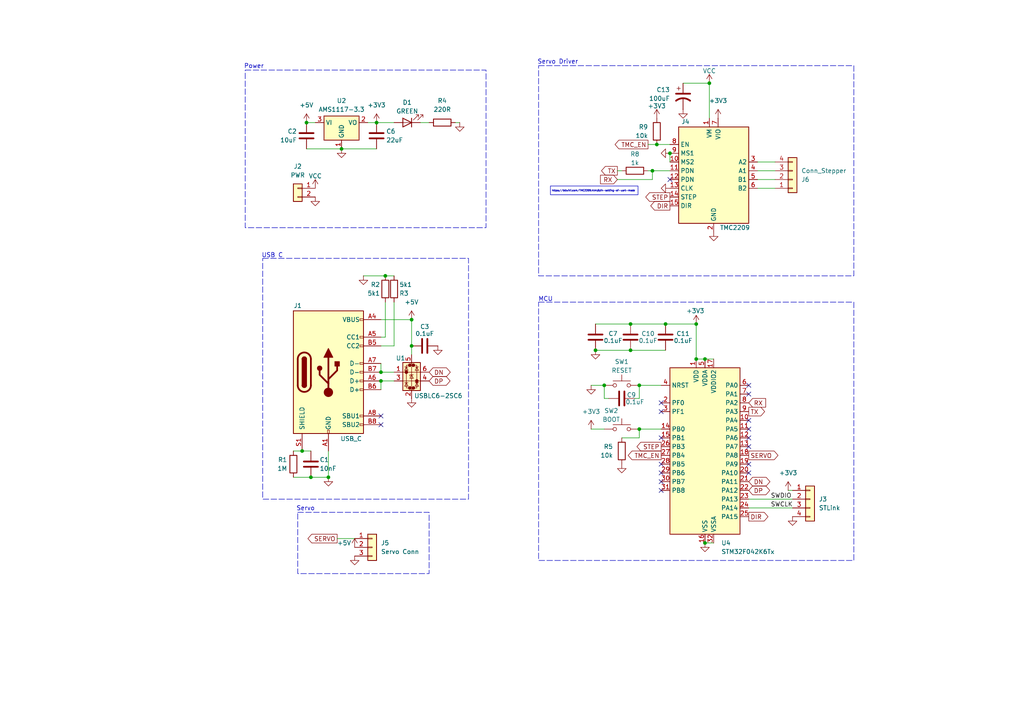
<source format=kicad_sch>
(kicad_sch (version 20231120) (generator "eeschema") (generator_version "8.0")
  (paper "A4")
  (title_block (title "Pico MMU Board") (date "2025-01-04") (rev "v1.1") (company "Adam Turaj"))
  (lib_symbols
    (symbol "Connector:USB_C_Receptacle_USB2.0_16P" (pin_names (offset 1.016))
      (property "Reference" "J" (at 0 22.225 0))
      (property "Value" "USB_C_Receptacle_USB2.0_16P" (at 0 19.685 0))
      (symbol "USB_C_Receptacle_USB2.0_16P_0_0"
        (rectangle (start -0.254 -17.78) (end 0.254 -16.764))
        (rectangle (start 10.16 -14.986) (end 9.144 -15.494))
        (rectangle (start 10.16 -12.446) (end 9.144 -12.954))
        (rectangle (start 10.16 -4.826) (end 9.144 -5.334))
        (rectangle (start 10.16 -2.286) (end 9.144 -2.794))
        (rectangle (start 10.16 0.254) (end 9.144 -0.254))
        (rectangle (start 10.16 2.794) (end 9.144 2.286))
        (rectangle (start 10.16 7.874) (end 9.144 7.366))
        (rectangle (start 10.16 10.414) (end 9.144 9.906))
        (rectangle (start 10.16 15.494) (end 9.144 14.986))
      )
      (symbol "USB_C_Receptacle_USB2.0_16P_0_1"
        (rectangle (start -10.16 17.78) (end 10.16 -17.78) (stroke (width 0.254)) (fill (type background)))
        (arc (start -8.89 -3.81) (mid -6.985 -5.7067) (end -5.08 -3.81) (stroke (width 0.508)))
        (arc (start -7.62 -3.81) (mid -6.985 -4.4423) (end -6.35 -3.81) (stroke (width 0.254)))
        (arc (start -7.62 -3.81) (mid -6.985 -4.4423) (end -6.35 -3.81) (stroke (width 0.254)) (fill (type outline)))
        (rectangle (start -7.62 -3.81) (end -6.35 3.81) (stroke (width 0.254)) (fill (type outline)))
        (arc (start -6.35 3.81) (mid -6.985 4.4423) (end -7.62 3.81) (stroke (width 0.254)))
        (arc (start -6.35 3.81) (mid -6.985 4.4423) (end -7.62 3.81) (stroke (width 0.254)) (fill (type outline)))
        (arc (start -5.08 3.81) (mid -6.985 5.7067) (end -8.89 3.81) (stroke (width 0.508)))
        (circle (center -2.54 1.143) (radius 0.635) (stroke (width 0.254)) (fill (type outline)))
        (circle (center 0 -5.842) (radius 1.27) (fill (type outline)))
        (polyline (pts (xy -8.89 -3.81) (xy -8.89 3.81)) (stroke (width 0.508)))
        (polyline (pts (xy -5.08 3.81) (xy -5.08 -3.81)) (stroke (width 0.508)))
        (polyline (pts (xy 0 -5.842) (xy 0 4.318)) (stroke (width 0.508)))
        (polyline (pts (xy 0 -3.302) (xy -2.54 -0.762) (xy -2.54 0.508)) (stroke (width 0.508)))
        (polyline (pts (xy 0 -2.032) (xy 2.54 0.508) (xy 2.54 1.778)) (stroke (width 0.508)))
        (polyline (pts (xy -1.27 4.318) (xy 0 6.858) (xy 1.27 4.318) (xy -1.27 4.318)) (stroke (width 0.254)) (fill (type outline)))
        (rectangle (start 1.905 1.778) (end 3.175 3.048) (stroke (width 0.254)) (fill (type outline)))
      )
      (symbol "USB_C_Receptacle_USB2.0_16P_1_1"
        (pin passive line (at 0 -22.86 90) (length 5.08) (name "GND") (number "A1"))
        (pin passive line (at 0 -22.86 90) (length 5.08) hide (name "GND") (number "A12"))
        (pin passive line (at 15.24 15.24 180) (length 5.08) (name "VBUS") (number "A4"))
        (pin bidirectional line (at 15.24 10.16 180) (length 5.08) (name "CC1") (number "A5"))
        (pin bidirectional line (at 15.24 -2.54 180) (length 5.08) (name "D+") (number "A6"))
        (pin bidirectional line (at 15.24 2.54 180) (length 5.08) (name "D-") (number "A7"))
        (pin bidirectional line (at 15.24 -12.7 180) (length 5.08) (name "SBU1") (number "A8"))
        (pin passive line (at 15.24 15.24 180) (length 5.08) hide (name "VBUS") (number "A9"))
        (pin passive line (at 0 -22.86 90) (length 5.08) hide (name "GND") (number "B1"))
        (pin passive line (at 0 -22.86 90) (length 5.08) hide (name "GND") (number "B12"))
        (pin passive line (at 15.24 15.24 180) (length 5.08) hide (name "VBUS") (number "B4"))
        (pin bidirectional line (at 15.24 7.62 180) (length 5.08) (name "CC2") (number "B5"))
        (pin bidirectional line (at 15.24 -5.08 180) (length 5.08) (name "D+") (number "B6"))
        (pin bidirectional line (at 15.24 0 180) (length 5.08) (name "D-") (number "B7"))
        (pin bidirectional line (at 15.24 -15.24 180) (length 5.08) (name "SBU2") (number "B8"))
        (pin passive line (at 15.24 15.24 180) (length 5.08) hide (name "VBUS") (number "B9"))
        (pin passive line (at -7.62 -22.86 90) (length 5.08) (name "SHIELD") (number "S1"))
      )
    )
    (symbol "Connector_Generic:Conn_01x02" (pin_names (offset 1.016) hide)
      (property "Reference" "J" (at 0 2.54 0))
      (property "Value" "Conn_01x02" (at 0 -5.08 0))
      (symbol "Conn_01x02_1_1"
        (rectangle (start -1.27 -2.413) (end 0 -2.667) (stroke (width 0.1524)))
        (rectangle (start -1.27 0.127) (end 0 -0.127) (stroke (width 0.1524)))
        (rectangle (start -1.27 1.27) (end 1.27 -3.81) (stroke (width 0.254)) (fill (type background)))
        (pin passive line (at -5.08 0 0) (length 3.81) (name "Pin_1") (number "1"))
        (pin passive line (at -5.08 -2.54 0) (length 3.81) (name "Pin_2") (number "2"))
      )
    )
    (symbol "Connector_Generic:Conn_01x03" (pin_names (offset 1.016) hide)
      (property "Reference" "J" (at 0 5.08 0))
      (property "Value" "Conn_01x03" (at 0 -5.08 0))
      (symbol "Conn_01x03_1_1"
        (rectangle (start -1.27 -2.413) (end 0 -2.667) (stroke (width 0.1524)))
        (rectangle (start -1.27 0.127) (end 0 -0.127) (stroke (width 0.1524)))
        (rectangle (start -1.27 2.667) (end 0 2.413) (stroke (width 0.1524)))
        (rectangle (start -1.27 3.81) (end 1.27 -3.81) (stroke (width 0.254)) (fill (type background)))
        (pin passive line (at -5.08 2.54 0) (length 3.81) (name "Pin_1") (number "1"))
        (pin passive line (at -5.08 0 0) (length 3.81) (name "Pin_2") (number "2"))
        (pin passive line (at -5.08 -2.54 0) (length 3.81) (name "Pin_3") (number "3"))
      )
    )
    (symbol "Connector_Generic:Conn_01x04" (pin_names (offset 1.016) hide)
      (property "Reference" "J" (at 0 5.08 0))
      (property "Value" "Conn_01x04" (at 0 -7.62 0))
      (symbol "Conn_01x04_1_1"
        (rectangle (start -1.27 -4.953) (end 0 -5.207) (stroke (width 0.1524)))
        (rectangle (start -1.27 -2.413) (end 0 -2.667) (stroke (width 0.1524)))
        (rectangle (start -1.27 0.127) (end 0 -0.127) (stroke (width 0.1524)))
        (rectangle (start -1.27 2.667) (end 0 2.413) (stroke (width 0.1524)))
        (rectangle (start -1.27 3.81) (end 1.27 -6.35) (stroke (width 0.254)) (fill (type background)))
        (pin passive line (at -5.08 2.54 0) (length 3.81) (name "Pin_1") (number "1"))
        (pin passive line (at -5.08 0 0) (length 3.81) (name "Pin_2") (number "2"))
        (pin passive line (at -5.08 -2.54 0) (length 3.81) (name "Pin_3") (number "3"))
        (pin passive line (at -5.08 -5.08 0) (length 3.81) (name "Pin_4") (number "4"))
      )
    )
    (symbol "Device:C" (pin_numbers hide) (pin_names (offset 0.254))
      (property "Reference" "C" (at 0.635 2.54 0))
      (property "Value" "C" (at 0.635 -2.54 0))
      (symbol "C_0_1"
        (polyline (pts (xy -2.032 -0.762) (xy 2.032 -0.762)) (stroke (width 0.508)))
        (polyline (pts (xy -2.032 0.762) (xy 2.032 0.762)) (stroke (width 0.508)))
      )
      (symbol "C_1_1"
        (pin passive line (at 0 3.81 270) (length 2.794) (name "~") (number "1"))
        (pin passive line (at 0 -3.81 90) (length 2.794) (name "~") (number "2"))
      )
    )
    (symbol "Device:C_Polarized_US" (pin_numbers hide) (pin_names (offset 0.254) hide)
      (property "Reference" "C" (at 0.635 2.54 0))
      (property "Value" "C_Polarized_US" (at 0.635 -2.54 0))
      (symbol "C_Polarized_US_0_1"
        (polyline (pts (xy -2.032 0.762) (xy 2.032 0.762)) (stroke (width 0.508)))
        (polyline (pts (xy -1.778 2.286) (xy -0.762 2.286)))
        (polyline (pts (xy -1.27 1.778) (xy -1.27 2.794)))
        (arc (start 2.032 -1.27) (mid 0 -0.5572) (end -2.032 -1.27) (stroke (width 0.508)))
      )
      (symbol "C_Polarized_US_1_1"
        (pin passive line (at 0 3.81 270) (length 2.794) (name "~") (number "1"))
        (pin passive line (at 0 -3.81 90) (length 3.302) (name "~") (number "2"))
      )
    )
    (symbol "Device:LED" (pin_numbers hide) (pin_names (offset 1.016) hide)
      (property "Reference" "D" (at 0 2.54 0))
      (property "Value" "LED" (at 0 -2.54 0))
      (symbol "LED_0_1"
        (polyline (pts (xy -1.27 -1.27) (xy -1.27 1.27)) (stroke (width 0.254)))
        (polyline (pts (xy -1.27 0) (xy 1.27 0)))
        (polyline (pts (xy 1.27 -1.27) (xy 1.27 1.27) (xy -1.27 0) (xy 1.27 -1.27)) (stroke (width 0.254)))
        (polyline (pts (xy -3.048 -0.762) (xy -4.572 -2.286) (xy -3.81 -2.286) (xy -4.572 -2.286) (xy -4.572 -1.524)))
        (polyline (pts (xy -1.778 -0.762) (xy -3.302 -2.286) (xy -2.54 -2.286) (xy -3.302 -2.286) (xy -3.302 -1.524)))
      )
      (symbol "LED_1_1"
        (pin passive line (at -3.81 0 0) (length 2.54) (name "K") (number "1"))
        (pin passive line (at 3.81 0 180) (length 2.54) (name "A") (number "2"))
      )
    )
    (symbol "Device:R" (pin_numbers hide) (pin_names (offset 0))
      (property "Reference" "R" (at 2.032 0 90))
      (property "Value" "R" (at 0 0 90))
      (symbol "R_0_1"
        (rectangle (start -1.016 -2.54) (end 1.016 2.54) (stroke (width 0.254)))
      )
      (symbol "R_1_1"
        (pin passive line (at 0 3.81 270) (length 1.27) (name "~") (number "1"))
        (pin passive line (at 0 -3.81 90) (length 1.27) (name "~") (number "2"))
      )
    )
    (symbol "Driver_Motor:TMC2209_EVAL"
      (property "Reference" "J" (at -5.334 -1.27 0))
      (symbol "TMC2209_EVAL_1_1"
        (rectangle (start -6.35 -2.54) (end 13.97 -30.48) (stroke (width 0.254)) (fill (type background)))
        (pin power_in line (at 2.54 0 270) (length 2.54) (name "VM") (number "1"))
        (pin input line (at -8.89 -12.7 0) (length 2.54) (name "MS2") (number "10"))
        (pin input line (at -8.89 -15.24 0) (length 2.54) (name "PDN") (number "11"))
        (pin input line (at -8.89 -17.78 0) (length 2.54) (name "PDN") (number "12"))
        (pin input line (at -8.89 -20.32 0) (length 2.54) (name "CLK") (number "13"))
        (pin input line (at -8.89 -22.86 0) (length 2.54) (name "STEP") (number "14"))
        (pin input line (at -8.89 -25.4 0) (length 2.54) (name "DIR") (number "15"))
        (pin power_out line (at 3.81 -33.02 90) (length 2.54) (name "GND") (number "2"))
        (pin output line (at 16.51 -12.7 180) (length 2.54) (name "A2") (number "3"))
        (pin output line (at 16.51 -15.24 180) (length 2.54) (name "A1") (number "4"))
        (pin output line (at 16.51 -17.78 180) (length 2.54) (name "B1") (number "5"))
        (pin output line (at 16.51 -20.32 180) (length 2.54) (name "B2") (number "6"))
        (pin power_in line (at 5.08 0 270) (length 2.54) (name "VIO") (number "7"))
        (pin input line (at -8.89 -7.62 0) (length 2.54) (name "EN") (number "8"))
        (pin input line (at -8.89 -10.16 0) (length 2.54) (name "MS1") (number "9"))
      )
    )
    (symbol "MCU_ST_STM32F0:STM32F042K6Tx"
      (property "Reference" "U" (at -10.16 26.67 0))
      (property "Value" "STM32F042K6Tx" (at 5.08 26.67 0))
      (symbol "STM32F042K6Tx_0_1"
        (rectangle (start -10.16 -22.86) (end 10.16 25.4) (stroke (width 0.254)) (fill (type background)))
      )
      (symbol "STM32F042K6Tx_1_1"
        (pin power_in line (at -2.54 27.94 270) (length 2.54) (name "VDD") (number "1"))
        (pin bidirectional line (at 12.7 10.16 180) (length 2.54) (name "PA4") (number "10"))
        (pin bidirectional line (at 12.7 7.62 180) (length 2.54) (name "PA5") (number "11"))
        (pin bidirectional line (at 12.7 5.08 180) (length 2.54) (name "PA6") (number "12"))
        (pin bidirectional line (at 12.7 2.54 180) (length 2.54) (name "PA7") (number "13"))
        (pin bidirectional line (at -12.7 7.62 0) (length 2.54) (name "PB0") (number "14"))
        (pin bidirectional line (at -12.7 5.08 0) (length 2.54) (name "PB1") (number "15"))
        (pin power_in line (at 0 -25.4 90) (length 2.54) (name "VSS") (number "16"))
        (pin power_in line (at 2.54 27.94 270) (length 2.54) (name "VDDIO2") (number "17"))
        (pin bidirectional line (at 12.7 0 180) (length 2.54) (name "PA8") (number "18"))
        (pin bidirectional line (at 12.7 -2.54 180) (length 2.54) (name "PA9") (number "19"))
        (pin bidirectional line (at -12.7 15.24 0) (length 2.54) (name "PF0") (number "2"))
        (pin bidirectional line (at 12.7 -5.08 180) (length 2.54) (name "PA10") (number "20"))
        (pin bidirectional line (at 12.7 -7.62 180) (length 2.54) (name "PA11") (number "21"))
        (pin bidirectional line (at 12.7 -10.16 180) (length 2.54) (name "PA12") (number "22"))
        (pin bidirectional line (at 12.7 -12.7 180) (length 2.54) (name "PA13") (number "23"))
        (pin bidirectional line (at 12.7 -15.24 180) (length 2.54) (name "PA14") (number "24"))
        (pin bidirectional line (at 12.7 -17.78 180) (length 2.54) (name "PA15") (number "25"))
        (pin bidirectional line (at -12.7 2.54 0) (length 2.54) (name "PB3") (number "26"))
        (pin bidirectional line (at -12.7 0 0) (length 2.54) (name "PB4") (number "27"))
        (pin bidirectional line (at -12.7 -2.54 0) (length 2.54) (name "PB5") (number "28"))
        (pin bidirectional line (at -12.7 -5.08 0) (length 2.54) (name "PB6") (number "29"))
        (pin bidirectional line (at -12.7 12.7 0) (length 2.54) (name "PF1") (number "3"))
        (pin bidirectional line (at -12.7 -7.62 0) (length 2.54) (name "PB7") (number "30"))
        (pin bidirectional line (at -12.7 -10.16 0) (length 2.54) (name "PB8") (number "31"))
        (pin power_in line (at 2.54 -25.4 90) (length 2.54) (name "VSSA") (number "32"))
        (pin input line (at -12.7 20.32 0) (length 2.54) (name "NRST") (number "4"))
        (pin power_in line (at 0 27.94 270) (length 2.54) (name "VDDA") (number "5"))
        (pin bidirectional line (at 12.7 20.32 180) (length 2.54) (name "PA0") (number "6"))
        (pin bidirectional line (at 12.7 17.78 180) (length 2.54) (name "PA1") (number "7"))
        (pin bidirectional line (at 12.7 15.24 180) (length 2.54) (name "PA2") (number "8"))
        (pin bidirectional line (at 12.7 12.7 180) (length 2.54) (name "PA3") (number "9"))
      )
    )
    (symbol "Power_Protection:USBLC6-2SC6" (pin_names hide)
      (property "Reference" "U" (at 0.635 5.715 0))
      (property "Value" "USBLC6-2SC6" (at 0.635 3.81 0))
      (symbol "USBLC6-2SC6_0_0"
        (circle (center -1.524 0) (radius 0.0001) (stroke (width 0.508)))
        (circle (center -0.508 -4.572) (radius 0.0001) (stroke (width 0.508)))
        (circle (center -0.508 2.032) (radius 0.0001) (stroke (width 0.508)))
        (circle (center 0.508 -4.572) (radius 0.0001) (stroke (width 0.508)))
        (circle (center 0.508 2.032) (radius 0.0001) (stroke (width 0.508)))
        (circle (center 1.524 -2.54) (radius 0.0001) (stroke (width 0.508)))
      )
      (symbol "USBLC6-2SC6_0_1"
        (polyline (pts (xy -2.54 -2.54) (xy 2.54 -2.54)))
        (polyline (pts (xy -2.54 0) (xy 2.54 0)))
        (polyline (pts (xy -2.032 -3.048) (xy -1.016 -3.048)))
        (polyline (pts (xy -1.016 1.524) (xy -2.032 1.524)))
        (polyline (pts (xy 1.016 -3.048) (xy 2.032 -3.048)))
        (polyline (pts (xy 1.016 1.524) (xy 2.032 1.524)))
        (polyline (pts (xy -0.508 -1.143) (xy -0.508 -0.762) (xy 0.508 -0.762)))
        (polyline (pts (xy -2.032 0.508) (xy -1.016 0.508) (xy -1.524 1.524) (xy -2.032 0.508)))
        (polyline (pts (xy -1.016 -4.064) (xy -2.032 -4.064) (xy -1.524 -3.048) (xy -1.016 -4.064)))
        (polyline (pts (xy 0.508 -1.778) (xy -0.508 -1.778) (xy 0 -0.762) (xy 0.508 -1.778)))
        (polyline (pts (xy 2.032 -4.064) (xy 1.016 -4.064) (xy 1.524 -3.048) (xy 2.032 -4.064)))
        (polyline (pts (xy 2.032 0.508) (xy 1.016 0.508) (xy 1.524 1.524) (xy 2.032 0.508)))
        (polyline (pts (xy 0 2.54) (xy -0.508 2.032) (xy 0.508 2.032) (xy 0 1.524) (xy 0 -4.064) (xy -0.508 -4.572) (xy 0.508 -4.572) (xy 0 -5.08)))
      )
      (symbol "USBLC6-2SC6_1_1"
        (rectangle (start -2.54 2.794) (end 2.54 -5.334) (stroke (width 0.254)) (fill (type background)))
        (polyline (pts (xy -0.508 2.032) (xy -1.524 2.032) (xy -1.524 -4.572) (xy -0.508 -4.572)))
        (polyline (pts (xy 0.508 -4.572) (xy 1.524 -4.572) (xy 1.524 2.032) (xy 0.508 2.032)))
        (pin passive line (at -5.08 0 0) (length 2.54) (name "I/O1") (number "1"))
        (pin passive line (at 0 -7.62 90) (length 2.54) (name "GND") (number "2"))
        (pin passive line (at -5.08 -2.54 0) (length 2.54) (name "I/O2") (number "3"))
        (pin passive line (at 5.08 -2.54 180) (length 2.54) (name "I/O2") (number "4"))
        (pin passive line (at 0 5.08 270) (length 2.54) (name "VBUS") (number "5"))
        (pin passive line (at 5.08 0 180) (length 2.54) (name "I/O1") (number "6"))
      )
    )
    (symbol "Regulator_Linear:AMS1117-3.3"
      (property "Reference" "U" (at -3.81 3.175 0))
      (property "Value" "AMS1117-3.3" (at 0 3.175 0))
      (symbol "AMS1117-3.3_0_1"
        (rectangle (start -5.08 -5.08) (end 5.08 1.905) (stroke (width 0.254)) (fill (type background)))
      )
      (symbol "AMS1117-3.3_1_1"
        (pin power_in line (at 0 -7.62 90) (length 2.54) (name "GND") (number "1"))
        (pin power_out line (at 7.62 0 180) (length 2.54) (name "VO") (number "2"))
        (pin power_in line (at -7.62 0 0) (length 2.54) (name "VI") (number "3"))
      )
    )
    (symbol "Switch:SW_Push" (pin_numbers hide) (pin_names (offset 1.016) hide)
      (property "Reference" "SW" (at 1.27 2.54 0))
      (property "Value" "SW_Push" (at 0 -1.524 0))
      (symbol "SW_Push_0_1"
        (circle (center -2.032 0) (radius 0.508))
        (polyline (pts (xy 0 1.27) (xy 0 3.048)))
        (polyline (pts (xy 2.54 1.27) (xy -2.54 1.27)))
        (circle (center 2.032 0) (radius 0.508))
        (pin passive line (at -5.08 0 0) (length 2.54) (name "1") (number "1"))
        (pin passive line (at 5.08 0 180) (length 2.54) (name "2") (number "2"))
      )
    )
    (symbol "power:+3V3" (power) (pin_numbers hide) (pin_names (offset 0) hide)
      (property "Value" "+3V3" (at 0 3.556 0))
      (symbol "+3V3_0_1"
        (polyline (pts (xy -0.762 1.27) (xy 0 2.54)))
        (polyline (pts (xy 0 0) (xy 0 2.54)))
        (polyline (pts (xy 0 2.54) (xy 0.762 1.27)))
      )
      (symbol "+3V3_1_1"
        (pin power_in line (at 0 0 90) (length 0) (name "~") (number "1"))
      )
    )
    (symbol "power:+5V" (power) (pin_numbers hide) (pin_names (offset 0) hide)
      (property "Value" "+5V" (at 0 3.556 0))
      (symbol "+5V_0_1"
        (polyline (pts (xy -0.762 1.27) (xy 0 2.54)))
        (polyline (pts (xy 0 0) (xy 0 2.54)))
        (polyline (pts (xy 0 2.54) (xy 0.762 1.27)))
      )
      (symbol "+5V_1_1"
        (pin power_in line (at 0 0 90) (length 0) (name "~") (number "1"))
      )
    )
    (symbol "power:GND" (power) (pin_numbers hide) (pin_names (offset 0) hide)
      (property "Value" "GND" (at 0 -3.81 0))
      (symbol "GND_0_1"
        (polyline (pts (xy 0 0) (xy 0 -1.27) (xy 1.27 -1.27) (xy 0 -2.54) (xy -1.27 -1.27) (xy 0 -1.27)))
      )
      (symbol "GND_1_1"
        (pin power_in line (at 0 0 270) (length 0) (name "~") (number "1"))
      )
    )
    (symbol "power:VCC" (power) (pin_numbers hide) (pin_names (offset 0) hide)
      (property "Value" "VCC" (at 0 3.556 0))
      (symbol "VCC_0_1"
        (polyline (pts (xy -0.762 1.27) (xy 0 2.54)))
        (polyline (pts (xy 0 0) (xy 0 2.54)))
        (polyline (pts (xy 0 2.54) (xy 0.762 1.27)))
      )
      (symbol "VCC_1_1"
        (pin power_in line (at 0 0 90) (length 0) (name "~") (number "1"))
      )
    )
  )
  (junction (at 201.93 93.98))
  (junction (at 175.26 111.76))
  (junction (at 119.38 100.33))
  (junction (at 99.06 43.18))
  (junction (at 205.74 24.13))
  (junction (at 190.5 41.91))
  (junction (at 172.72 101.6))
  (junction (at 189.23 49.53))
  (junction (at 204.47 157.48))
  (junction (at 109.22 35.56))
  (junction (at 87.63 130.81))
  (junction (at 95.25 138.43))
  (junction (at 182.88 93.98))
  (junction (at 193.04 93.98))
  (junction (at 90.17 138.43))
  (junction (at 185.42 124.46))
  (junction (at 88.9 35.56))
  (junction (at 201.93 104.14))
  (junction (at 111.76 80.01))
  (junction (at 185.42 111.76))
  (junction (at 110.49 107.95))
  (junction (at 110.49 110.49))
  (junction (at 194.31 44.45))
  (junction (at 119.38 92.71))
  (junction (at 204.47 104.14))
  (junction (at 182.88 101.6))
  (no_connect (at 191.77 142.24))
  (no_connect (at 194.31 52.07))
  (no_connect (at 191.77 137.16))
  (no_connect (at 191.77 116.84))
  (no_connect (at 110.49 120.65))
  (no_connect (at 191.77 134.62))
  (no_connect (at 217.17 111.76))
  (no_connect (at 191.77 127))
  (no_connect (at 217.17 127))
  (no_connect (at 217.17 114.3))
  (no_connect (at 217.17 124.46))
  (no_connect (at 110.49 123.19))
  (no_connect (at 191.77 119.38))
  (no_connect (at 191.77 139.7))
  (no_connect (at 217.17 134.62))
  (no_connect (at 217.17 121.92))
  (no_connect (at 217.17 137.16))
  (no_connect (at 217.17 129.54))
  (wire (pts (xy 179.07 49.53) (xy 180.34 49.53)))
  (wire (pts (xy 171.45 111.76) (xy 175.26 111.76)))
  (wire (pts (xy 114.3 100.33) (xy 114.3 87.63)))
  (wire (pts (xy 190.5 41.91) (xy 194.31 41.91)))
  (wire (pts (xy 172.72 93.98) (xy 182.88 93.98)))
  (wire (pts (xy 189.23 52.07) (xy 189.23 49.53)))
  (wire (pts (xy 189.23 49.53) (xy 194.31 49.53)))
  (wire (pts (xy 88.9 43.18) (xy 99.06 43.18)))
  (wire (pts (xy 201.93 104.14) (xy 204.47 104.14)))
  (wire (pts (xy 111.76 97.79) (xy 110.49 97.79)))
  (wire (pts (xy 99.06 43.18) (xy 109.22 43.18)))
  (wire (pts (xy 217.17 144.78) (xy 229.87 144.78)))
  (wire (pts (xy 198.12 24.13) (xy 205.74 24.13)))
  (wire (pts (xy 175.26 111.76) (xy 175.26 115.57)))
  (wire (pts (xy 187.96 49.53) (xy 189.23 49.53)))
  (wire (pts (xy 97.79 156.21) (xy 102.87 156.21)))
  (wire (pts (xy 217.17 147.32) (xy 229.87 147.32)))
  (wire (pts (xy 105.41 80.01) (xy 111.76 80.01)))
  (wire (pts (xy 111.76 80.01) (xy 114.3 80.01)))
  (wire (pts (xy 204.47 157.48) (xy 207.01 157.48)))
  (wire (pts (xy 111.76 87.63) (xy 111.76 97.79)))
  (wire (pts (xy 85.09 138.43) (xy 90.17 138.43)))
  (wire (pts (xy 229.87 142.24) (xy 228.6 142.24)))
  (wire (pts (xy 219.71 54.61) (xy 224.79 54.61)))
  (wire (pts (xy 219.71 49.53) (xy 224.79 49.53)))
  (wire (pts (xy 109.22 35.56) (xy 114.3 35.56)))
  (wire (pts (xy 193.04 93.98) (xy 201.93 93.98)))
  (wire (pts (xy 185.42 124.46) (xy 191.77 124.46)))
  (wire (pts (xy 119.38 100.33) (xy 119.38 102.87)))
  (wire (pts (xy 110.49 92.71) (xy 119.38 92.71)))
  (wire (pts (xy 106.68 35.56) (xy 109.22 35.56)))
  (wire (pts (xy 110.49 110.49) (xy 114.3 110.49)))
  (wire (pts (xy 182.88 93.98) (xy 193.04 93.98)))
  (wire (pts (xy 110.49 107.95) (xy 114.3 107.95)))
  (wire (pts (xy 110.49 100.33) (xy 114.3 100.33)))
  (wire (pts (xy 201.93 93.98) (xy 201.93 104.14)))
  (wire (pts (xy 184.15 115.57) (xy 185.42 115.57)))
  (wire (pts (xy 172.72 101.6) (xy 182.88 101.6)))
  (wire (pts (xy 85.09 130.81) (xy 87.63 130.81)))
  (wire (pts (xy 187.96 41.91) (xy 190.5 41.91)))
  (wire (pts (xy 132.08 35.56) (xy 133.35 35.56)))
  (wire (pts (xy 179.07 52.07) (xy 189.23 52.07)))
  (wire (pts (xy 87.63 130.81) (xy 90.17 130.81)))
  (wire (pts (xy 185.42 111.76) (xy 185.42 115.57)))
  (wire (pts (xy 204.47 104.14) (xy 207.01 104.14)))
  (wire (pts (xy 180.34 127) (xy 185.42 127)))
  (wire (pts (xy 185.42 111.76) (xy 191.77 111.76)))
  (wire (pts (xy 119.38 100.33) (xy 119.38 92.71)))
  (wire (pts (xy 90.17 138.43) (xy 95.25 138.43)))
  (wire (pts (xy 185.42 127) (xy 185.42 124.46)))
  (wire (pts (xy 171.45 124.46) (xy 175.26 124.46)))
  (wire (pts (xy 205.74 24.13) (xy 205.74 34.29)))
  (wire (pts (xy 110.49 110.49) (xy 110.49 113.03)))
  (wire (pts (xy 194.31 44.45) (xy 194.31 46.99)))
  (wire (pts (xy 95.25 138.43) (xy 95.25 130.81)))
  (wire (pts (xy 121.92 35.56) (xy 124.46 35.56)))
  (wire (pts (xy 182.88 101.6) (xy 193.04 101.6)))
  (wire (pts (xy 219.71 52.07) (xy 224.79 52.07)))
  (wire (pts (xy 219.71 46.99) (xy 224.79 46.99)))
  (wire (pts (xy 88.9 35.56) (xy 91.44 35.56)))
  (wire (pts (xy 110.49 105.41) (xy 110.49 107.95)))
  (wire (pts (xy 176.53 115.57) (xy 175.26 115.57)))
  (rectangle (start 156.21 87.63) (end 247.65 162.56) (stroke (width 0) (type dash)))
  (rectangle (start 86.36 148.59) (end 124.46 166.37) (stroke (width 0) (type dash)))
  (rectangle (start 76.2 74.93) (end 135.89 144.78) (stroke (width 0) (type dash)))
  (rectangle (start 71.12 20.32) (end 140.97 66.04) (stroke (width 0) (type dash)))
  (rectangle (start 156.21 19.05) (end 247.65 80.01) (stroke (width 0) (type dash)))
  (text_box "https://bttwiki.com/TMC2209.html#pin-setting-of-uart-mode" (at 159.6519 53.9507 0) (size 25.4 2.54) (effects (font (size 0.5 0.5)) (justify left)))
  (text "Power" (at 73.66 19.304 0) (effects (font (size 1.27 1.27))))
  (text "Servo" (at 88.646 147.574 0) (effects (font (size 1.27 1.27))))
  (text "MCU" (at 158.242 86.868 0) (effects (font (size 1.27 1.27))))
  (text "USB C" (at 78.994 74.168 0) (effects (font (size 1.27 1.27))))
  (text "Servo Driver" (at 161.798 18.034 0) (effects (font (size 1.27 1.27))))
  (label "SWCLK" (at 223.52 147.32 0))
  (label "SWDIO" (at 223.52 144.78 0))
  (global_label "SERVO" (shape output) (at 217.17 132.08 0) (property "Intersheetrefs" "${INTERSHEET_REFS}" (effects (hide yes))))
  (global_label "DIR" (shape output) (at 217.17 149.86 0) (property "Intersheetrefs" "${INTERSHEET_REFS}" (effects (hide yes))))
  (global_label "TX" (shape output) (at 217.17 119.38 0) (property "Intersheetrefs" "${INTERSHEET_REFS}" (effects (hide yes))))
  (global_label "SERVO" (shape output) (at 97.79 156.21 180) (property "Intersheetrefs" "${INTERSHEET_REFS}" (effects (hide yes))))
  (global_label "TMC_EN" (shape output) (at 187.96 41.91 180) (property "Intersheetrefs" "${INTERSHEET_REFS}" (effects (hide yes))))
  (global_label "TMC_EN" (shape output) (at 191.77 132.08 180) (property "Intersheetrefs" "${INTERSHEET_REFS}" (effects (hide yes))))
  (global_label "STEP" (shape output) (at 191.77 129.54 180) (property "Intersheetrefs" "${INTERSHEET_REFS}" (effects (hide yes))))
  (global_label "RX" (shape input) (at 217.17 116.84 0) (property "Intersheetrefs" "${INTERSHEET_REFS}" (effects (hide yes))))
  (global_label "DIR" (shape output) (at 194.31 59.69 180) (property "Intersheetrefs" "${INTERSHEET_REFS}" (effects (hide yes))))
  (global_label "STEP" (shape output) (at 194.31 57.15 180) (property "Intersheetrefs" "${INTERSHEET_REFS}" (effects (hide yes))))
  (global_label "DN" (shape bidirectional) (at 124.46 107.95 0) (property "Intersheetrefs" "${INTERSHEET_REFS}" (effects (hide yes))))
  (global_label "DP" (shape bidirectional) (at 217.17 142.24 0) (property "Intersheetrefs" "${INTERSHEET_REFS}" (effects (hide yes))))
  (global_label "DN" (shape bidirectional) (at 217.17 139.7 0) (property "Intersheetrefs" "${INTERSHEET_REFS}" (effects (hide yes))))
  (global_label "DP" (shape bidirectional) (at 124.46 110.49 0) (property "Intersheetrefs" "${INTERSHEET_REFS}" (effects (hide yes))))
  (global_label "RX" (shape input) (at 179.07 52.07 180) (property "Intersheetrefs" "${INTERSHEET_REFS}" (effects (hide yes))))
  (global_label "TX" (shape output) (at 179.07 49.53 180) (property "Intersheetrefs" "${INTERSHEET_REFS}" (effects (hide yes))))
  (symbol (lib_id "Device:R") (at 128.27 35.56 90) (unit 1)
    (property "Reference" "R4" (at 128.27 29.21 90))
    (property "Value" "220R" (at 128.27 31.75 90))
    (property "Footprint" "Resistor_SMD:R_0603_1608Metric" (effects (hide yes)))
    (property "Description" "Resistor" (effects (hide yes)))
  )
  (symbol (lib_id "Device:C") (at 172.72 97.79 0) (mirror x) (unit 1)
    (property "Reference" "C7" (at 177.8 96.774 0))
    (property "Value" "0.1uF" (at 177.8 98.806 0))
    (property "Footprint" "Capacitor_SMD:C_0603_1608Metric" (effects (hide yes)))
    (property "Description" "Unpolarized capacitor" (effects (hide yes)))
  )
  (symbol (lib_id "Device:R") (at 85.09 134.62 0) (unit 1)
    (property "Reference" "R1" (at 83.312 133.35 0) (effects (justify right)))
    (property "Value" "1M" (at 83.312 135.89 0) (effects (justify right)))
    (property "Footprint" "Resistor_SMD:R_0603_1608Metric" (effects (hide yes)))
    (property "Description" "Resistor" (effects (hide yes)))
  )
  (symbol (lib_id "Regulator_Linear:AMS1117-3.3") (at 99.06 35.56 0) (unit 1)
    (property "Reference" "U2" (at 99.06 29.21 0))
    (property "Value" "AMS1117-3.3" (at 99.06 31.75 0))
    (property "Footprint" "Package_TO_SOT_SMD:SOT-223-3_TabPin2" (effects (hide yes)))
    (property "Datasheet" "http://www.advanced-monolithic.com/pdf/ds1117.pdf" (effects (hide yes)))
    (property "Description" "1A Low Dropout regulator, positive, 3.3V fixed output, SOT-223" (effects (hide yes)))
    (property "LCSC" "C6186" (effects (hide yes)))
  )
  (symbol (lib_id "Switch:SW_Push") (at 180.34 111.76 0) (unit 1)
    (property "Reference" "SW1" (at 180.34 104.902 0))
    (property "Value" "RESET" (at 180.34 107.442 0))
    (property "Footprint" "Button_Switch_SMD:SW4_KMS-P" (effects (hide yes)))
    (property "Description" "Push button switch, generic, two pins" (effects (hide yes)))
    (property "LCSC" "C221703" (effects (hide yes)))
  )
  (symbol (lib_id "power:GND") (at 119.38 115.57 0) (unit 1)
    (property "Reference" "#PWR05" (effects (hide yes)))
    (property "Value" "GND" (effects (hide yes)))
    (property "Description" "Power symbol creates a global label with name \"GND\" , ground" (effects (hide yes)))
  )
  (symbol (lib_id "power:GND") (at 198.12 31.75 0) (unit 1)
    (property "Reference" "#PWR031" (effects (hide yes)))
    (property "Value" "GND" (effects (hide yes)))
    (property "Description" "Power symbol creates a global label with name \"GND\" , ground" (effects (hide yes)))
  )
  (symbol (lib_id "Device:C_Polarized_US") (at 198.12 27.94 0) (unit 1)
    (property "Reference" "C13" (at 194.31 26.0349 0) (effects (justify right)))
    (property "Value" "100uF" (at 194.31 28.5749 0) (effects (justify right)))
    (property "Footprint" "Capacitor_SMD:C_Elec_6.3x7.7" (effects (hide yes)))
    (property "Description" "Polarized capacitor, US symbol" (effects (hide yes)))
    (property "LCSC" "C3151829" (effects (hide yes)))
  )
  (symbol (lib_id "power:GND") (at 229.87 149.86 0) (unit 1)
    (property "Reference" "#PWR023" (effects (hide yes)))
    (property "Value" "GND" (effects (hide yes)))
    (property "Description" "Power symbol creates a global label with name \"GND\" , ground" (effects (hide yes)))
  )
  (symbol (lib_id "power:+3V3") (at 228.6 142.24 0) (unit 1)
    (property "Reference" "#PWR022" (effects (hide yes)))
    (property "Value" "+3V3" (at 228.6 137.16 0))
    (property "Description" "Power symbol creates a global label with name \"+3V3\"" (effects (hide yes)))
  )
  (symbol (lib_id "power:GND") (at 194.31 54.61 270) (unit 1)
    (property "Reference" "#PWR028" (effects (hide yes)))
    (property "Value" "GND" (effects (hide yes)))
    (property "Description" "Power symbol creates a global label with name \"GND\" , ground" (effects (hide yes)))
  )
  (symbol (lib_id "Power_Protection:USBLC6-2SC6") (at 119.38 107.95 0) (unit 1)
    (property "Reference" "U1" (at 114.808 103.886 0) (effects (justify left)))
    (property "Value" "USBLC6-2SC6" (at 120.142 114.808 0) (effects (justify left)))
    (property "Footprint" "Package_TO_SOT_SMD:SOT-23-6" (effects (hide yes)))
    (property "Datasheet" "https://www.st.com/resource/en/datasheet/usblc6-2.pdf" (effects (hide yes)))
    (property "Description" "Very low capacitance ESD protection diode, 2 data-line, SOT-23-6" (effects (hide yes)))
    (property "LCSC" "C2827654" (effects (hide yes)))
  )
  (symbol (lib_id "Device:LED") (at 118.11 35.56 180) (unit 1)
    (property "Reference" "D1" (at 118.11 29.718 0))
    (property "Value" "GREEN" (at 118.11 32.258 0))
    (property "Footprint" "LED_SMD:LED_0805_2012Metric" (effects (hide yes)))
    (property "Description" "Light emitting diode" (effects (hide yes)))
    (property "LCSC" "C2297" (effects (hide yes)))
  )
  (symbol (lib_id "power:+5V") (at 88.9 35.56 0) (unit 1)
    (property "Reference" "#PWR03" (effects (hide yes)))
    (property "Value" "+5V" (at 88.9 30.48 0))
    (property "Description" "Power symbol creates a global label with name \"+5V\"" (effects (hide yes)))
  )
  (symbol (lib_id "power:GND") (at 99.06 43.18 0) (unit 1)
    (property "Reference" "#PWR06" (effects (hide yes)))
    (property "Value" "GND" (effects (hide yes)))
    (property "Description" "Power symbol creates a global label with name \"GND\" , ground" (effects (hide yes)))
  )
  (symbol (lib_id "power:GND") (at 127 100.33 0) (unit 1)
    (property "Reference" "#PWR08" (effects (hide yes)))
    (property "Value" "GND" (effects (hide yes)))
    (property "Description" "Power symbol creates a global label with name \"GND\" , ground" (effects (hide yes)))
  )
  (symbol (lib_id "Device:C") (at 88.9 39.37 0) (unit 1)
    (property "Reference" "C2" (at 86.106 38.1 0) (effects (justify right)))
    (property "Value" "10uF" (at 86.106 40.64 0) (effects (justify right)))
    (property "Footprint" "Capacitor_SMD:C_0603_1608Metric" (effects (hide yes)))
    (property "Description" "Unpolarized capacitor" (effects (hide yes)))
  )
  (symbol (lib_id "power:+5V") (at 102.87 158.75 0) (unit 1)
    (property "Reference" "#PWR011" (effects (hide yes)))
    (property "Value" "+5V" (at 99.822 157.48 0))
    (property "Description" "Power symbol creates a global label with name \"+5V\"" (effects (hide yes)))
  )
  (symbol (lib_id "Connector_Generic:Conn_01x03") (at 107.95 158.75 0) (unit 1)
    (property "Reference" "J5" (at 110.49 157.4799 0) (effects (justify left)))
    (property "Value" "Servo Conn" (at 110.49 160.0199 0) (effects (justify left)))
    (property "Footprint" "Connector_PinHeader_2.54mm:PinHeader_1x03_P2.54mm_Vertical" (effects (hide yes)))
    (property "Description" "Generic connector, single row, 01x03, script generated (kicad-library-utils/schlib/autogen/connector/)" (effects (hide yes)))
    (property "LCSC" "C144394" (effects (hide yes)))
  )
  (symbol (lib_id "power:GND") (at 91.44 57.15 0) (unit 1)
    (property "Reference" "#PWR07" (effects (hide yes)))
    (property "Value" "GND" (effects (hide yes)))
    (property "Description" "Power symbol creates a global label with name \"GND\" , ground" (effects (hide yes)))
  )
  (symbol (lib_id "power:GND") (at 102.87 161.29 0) (unit 1)
    (property "Reference" "#PWR037" (effects (hide yes)))
    (property "Value" "GND" (effects (hide yes)))
    (property "Description" "Power symbol creates a global label with name \"GND\" , ground" (effects (hide yes)))
  )
  (symbol (lib_id "Device:R") (at 180.34 130.81 0) (mirror y) (unit 1)
    (property "Reference" "R5" (at 177.8 129.5399 0) (effects (justify left)))
    (property "Value" "10k" (at 177.8 132.0799 0) (effects (justify left)))
    (property "Footprint" "Resistor_SMD:R_0603_1608Metric" (effects (hide yes)))
    (property "Description" "Resistor" (effects (hide yes)))
  )
  (symbol (lib_id "Device:C") (at 90.17 134.62 0) (unit 1)
    (property "Reference" "C1" (at 92.71 133.35 0) (effects (justify left)))
    (property "Value" "10nF" (at 92.71 135.89 0) (effects (justify left)))
    (property "Footprint" "Capacitor_SMD:C_0603_1608Metric" (effects (hide yes)))
    (property "Description" "Unpolarized capacitor" (effects (hide yes)))
  )
  (symbol (lib_id "power:GND") (at 171.45 111.76 0) (unit 1)
    (property "Reference" "#PWR013" (effects (hide yes)))
    (property "Value" "GND" (effects (hide yes)))
    (property "Description" "Power symbol creates a global label with name \"GND\" , ground" (effects (hide yes)))
  )
  (symbol (lib_id "power:GND") (at 95.25 138.43 0) (unit 1)
    (property "Reference" "#PWR01" (effects (hide yes)))
    (property "Value" "GND" (effects (hide yes)))
    (property "Description" "Power symbol creates a global label with name \"GND\" , ground" (effects (hide yes)))
  )
  (symbol (lib_id "MCU_ST_STM32F0:STM32F042K6Tx") (at 204.47 132.08 0) (unit 1)
    (property "Reference" "U4" (at 209.2041 157.48 0) (effects (justify left)))
    (property "Value" "STM32F042K6Tx" (at 209.2041 160.02 0) (effects (justify left)))
    (property "Footprint" "Package_QFP:LQFP-32_7x7mm_P0.8mm" (effects (hide yes)))
    (property "Datasheet" "https://www.st.com/resource/en/datasheet/stm32f042k6.pdf" (effects (hide yes)))
    (property "Description" "STMicroelectronics Arm Cortex-M0 MCU, 32KB flash, 6KB RAM, 48 MHz, 2.0-3.6V, 26 GPIO, LQFP32" (effects (hide yes)))
    (property "LCSC" "C1337340" (effects (hide yes)))
  )
  (symbol (lib_id "power:GND") (at 194.31 44.45 270) (unit 1)
    (property "Reference" "#PWR027" (effects (hide yes)))
    (property "Value" "GND" (effects (hide yes)))
    (property "Description" "Power symbol creates a global label with name \"GND\" , ground" (effects (hide yes)))
  )
  (symbol (lib_id "power:GND") (at 204.47 157.48 0) (unit 1)
    (property "Reference" "#PWR019" (effects (hide yes)))
    (property "Value" "GND" (effects (hide yes)))
    (property "Description" "Power symbol creates a global label with name \"GND\" , ground" (effects (hide yes)))
  )
  (symbol (lib_id "Device:R") (at 111.76 83.82 0) (unit 1)
    (property "Reference" "R2" (at 110.236 82.55 0) (effects (justify right)))
    (property "Value" "5k1" (at 110.236 85.09 0) (effects (justify right)))
    (property "Footprint" "Resistor_SMD:R_0603_1608Metric" (effects (hide yes)))
    (property "Description" "Resistor" (effects (hide yes)))
  )
  (symbol (lib_id "Connector_Generic:Conn_01x04") (at 234.95 144.78 0) (unit 1)
    (property "Reference" "J3" (at 237.49 144.7799 0) (effects (justify left)))
    (property "Value" "STLink" (at 237.49 147.3199 0) (effects (justify left)))
    (property "Footprint" "Connector_PinHeader_2.54mm:PinHeader_1x04_P2.54mm_Vertical" (effects (hide yes)))
    (property "Description" "Generic connector, single row, 01x04, script generated (kicad-library-utils/schlib/autogen/connector/)" (effects (hide yes)))
  )
  (symbol (lib_id "power:+3V3") (at 208.28 34.29 0) (unit 1)
    (property "Reference" "#PWR035" (effects (hide yes)))
    (property "Value" "+3V3" (at 208.28 29.21 0))
    (property "Description" "Power symbol creates a global label with name \"+3V3\"" (effects (hide yes)))
  )
  (symbol (lib_id "Device:C") (at 182.88 97.79 0) (mirror x) (unit 1)
    (property "Reference" "C10" (at 187.96 96.774 0))
    (property "Value" "0.1uF" (at 187.96 98.806 0))
    (property "Footprint" "Capacitor_SMD:C_0603_1608Metric" (effects (hide yes)))
    (property "Description" "Unpolarized capacitor" (effects (hide yes)))
  )
  (symbol (lib_id "power:GND") (at 180.34 134.62 0) (unit 1)
    (property "Reference" "#PWR016" (effects (hide yes)))
    (property "Value" "GND" (effects (hide yes)))
    (property "Description" "Power symbol creates a global label with name \"GND\" , ground" (effects (hide yes)))
  )
  (symbol (lib_id "power:+3V3") (at 190.5 34.29 0) (unit 1)
    (property "Reference" "#PWR025" (effects (hide yes)))
    (property "Value" "+3V3" (at 190.5 30.734 0))
    (property "Description" "Power symbol creates a global label with name \"+3V3\"" (effects (hide yes)))
  )
  (symbol (lib_id "Device:C") (at 180.34 115.57 270) (unit 1)
    (property "Reference" "C9" (at 183.134 114.554 90))
    (property "Value" "0.1uF" (at 184.15 116.586 90))
    (property "Footprint" "Capacitor_SMD:C_0603_1608Metric" (effects (hide yes)))
    (property "Description" "Unpolarized capacitor" (effects (hide yes)))
  )
  (symbol (lib_id "Device:C") (at 193.04 97.79 0) (mirror x) (unit 1)
    (property "Reference" "C11" (at 198.12 96.774 0))
    (property "Value" "0.1uF" (at 198.12 98.806 0))
    (property "Footprint" "Capacitor_SMD:C_0603_1608Metric" (effects (hide yes)))
    (property "Description" "Unpolarized capacitor" (effects (hide yes)))
  )
  (symbol (lib_id "Connector_Generic:Conn_01x02") (at 86.36 54.61 0) (mirror y) (unit 1)
    (property "Reference" "J2" (at 86.36 48.26 0))
    (property "Value" "PWR" (at 86.36 50.8 0))
    (property "Footprint" "TerminalBlock_MetzConnect:TerminalBlock_MetzConnect_Type073_RT02602HBLU_1x02_P5.08mm_Horizontal" (effects (hide yes)))
    (property "Description" "Generic connector, single row, 01x02, script generated (kicad-library-utils/schlib/autogen/connector/)" (effects (hide yes)))
    (property "LCSC" "C8465" (effects (hide yes)))
  )
  (symbol (lib_id "power:VCC") (at 91.44 54.61 0) (unit 1)
    (property "Reference" "#PWR09" (effects (hide yes)))
    (property "Value" "VCC" (at 91.44 51.054 0))
    (property "Description" "Power symbol creates a global label with name \"VCC\"" (effects (hide yes)))
  )
  (symbol (lib_id "Device:C") (at 123.19 100.33 90) (unit 1)
    (property "Reference" "C3" (at 123.19 94.742 90))
    (property "Value" "0.1uF" (at 123.19 96.774 90))
    (property "Footprint" "Capacitor_SMD:C_0603_1608Metric" (effects (hide yes)))
    (property "Description" "Unpolarized capacitor" (effects (hide yes)))
  )
  (symbol (lib_id "power:+3V3") (at 109.22 35.56 0) (unit 1)
    (property "Reference" "#PWR010" (effects (hide yes)))
    (property "Value" "+3V3" (at 109.22 30.48 0))
    (property "Description" "Power symbol creates a global label with name \"+3V3\"" (effects (hide yes)))
  )
  (symbol (lib_id "power:+3V3") (at 201.93 93.98 0) (unit 1)
    (property "Reference" "#PWR018" (effects (hide yes)))
    (property "Value" "+3V3" (at 201.676 90.17 0))
    (property "Description" "Power symbol creates a global label with name \"+3V3\"" (effects (hide yes)))
  )
  (symbol (lib_id "Device:R") (at 190.5 38.1 0) (mirror y) (unit 1)
    (property "Reference" "R9" (at 187.96 36.8299 0) (effects (justify left)))
    (property "Value" "10k" (at 187.96 39.3699 0) (effects (justify left)))
    (property "Footprint" "Resistor_SMD:R_0603_1608Metric" (effects (hide yes)))
    (property "Description" "Resistor" (effects (hide yes)))
  )
  (symbol (lib_id "Connector:USB_C_Receptacle_USB2.0_16P") (at 95.25 107.95 0) (unit 1)
    (property "Reference" "J1" (at 86.36 88.646 0))
    (property "Value" "USB_C" (at 101.854 127.254 0))
    (property "Footprint" "Connector_USB:USB_C_Receptacle_GCT_USB4105-xx-A_16P_TopMnt_Horizontal" (effects (hide yes)))
    (property "Datasheet" "https://www.usb.org/sites/default/files/documents/usb_type-c.zip" (effects (hide yes)))
    (property "Description" "USB 2.0-only 16P Type-C Receptacle connector" (effects (hide yes)))
    (property "LCSC" "C165948" (effects (hide yes)))
  )
  (symbol (lib_id "Device:R") (at 184.15 49.53 90) (unit 1)
    (property "Reference" "R8" (at 184.15 44.704 90))
    (property "Value" "1k" (at 184.15 47.244 90))
    (property "Footprint" "Resistor_SMD:R_0603_1608Metric" (effects (hide yes)))
    (property "Description" "Resistor" (effects (hide yes)))
  )
  (symbol (lib_id "power:GND") (at 105.41 80.01 0) (unit 1)
    (property "Reference" "#PWR02" (effects (hide yes)))
    (property "Value" "GND" (effects (hide yes)))
    (property "Description" "Power symbol creates a global label with name \"GND\" , ground" (effects (hide yes)))
  )
  (symbol (lib_id "power:VCC") (at 205.74 24.13 0) (unit 1)
    (property "Reference" "#PWR033" (effects (hide yes)))
    (property "Value" "VCC" (at 205.74 20.574 0))
    (property "Description" "Power symbol creates a global label with name \"VCC\"" (effects (hide yes)))
  )
  (symbol (lib_id "Connector_Generic:Conn_01x04") (at 229.87 52.07 0) (mirror x) (unit 1)
    (property "Reference" "J6" (at 232.41 52.0701 0) (effects (justify left)))
    (property "Value" "Conn_Stepper" (at 232.41 49.5301 0) (effects (justify left)))
    (property "Footprint" "Connector_JST:JST_XH_B4B-XH-A_1x04_P2.50mm_Vertical" (effects (hide yes)))
    (property "Description" "Generic connector, single row, 01x04, script generated (kicad-library-utils/schlib/autogen/connector/)" (effects (hide yes)))
    (property "LCSC" "C594232" (effects (hide yes)))
  )
  (symbol (lib_id "Device:R") (at 114.3 83.82 180) (unit 1)
    (property "Reference" "R3" (at 115.824 85.09 0) (effects (justify right)))
    (property "Value" "5k1" (at 115.824 82.55 0) (effects (justify right)))
    (property "Footprint" "Resistor_SMD:R_0603_1608Metric" (effects (hide yes)))
    (property "Description" "Resistor" (effects (hide yes)))
  )
  (symbol (lib_id "power:GND") (at 207.01 67.31 0) (unit 1)
    (property "Reference" "#PWR034" (effects (hide yes)))
    (property "Value" "GND" (effects (hide yes)))
    (property "Description" "Power symbol creates a global label with name \"GND\" , ground" (effects (hide yes)))
  )
  (symbol (lib_id "power:+3V3") (at 171.45 124.46 0) (unit 1)
    (property "Reference" "#PWR014" (effects (hide yes)))
    (property "Value" "+3V3" (at 171.45 119.38 0))
    (property "Description" "Power symbol creates a global label with name \"+3V3\"" (effects (hide yes)))
  )
  (symbol (lib_id "power:GND") (at 133.35 35.56 0) (unit 1)
    (property "Reference" "#PWR012" (effects (hide yes)))
    (property "Value" "GND" (effects (hide yes)))
    (property "Description" "Power symbol creates a global label with name \"GND\" , ground" (effects (hide yes)))
  )
  (symbol (lib_id "power:GND") (at 172.72 101.6 0) (unit 1)
    (property "Reference" "#PWR015" (effects (hide yes)))
    (property "Value" "GND" (effects (hide yes)))
    (property "Description" "Power symbol creates a global label with name \"GND\" , ground" (effects (hide yes)))
  )
  (symbol (lib_id "Device:C") (at 109.22 39.37 0) (mirror y) (unit 1)
    (property "Reference" "C6" (at 112.014 38.1 0) (effects (justify right)))
    (property "Value" "22uF" (at 112.014 40.64 0) (effects (justify right)))
    (property "Footprint" "Capacitor_SMD:C_0603_1608Metric" (effects (hide yes)))
    (property "Description" "Unpolarized capacitor" (effects (hide yes)))
  )
  (symbol (lib_id "power:+5V") (at 119.38 92.71 0) (unit 1)
    (property "Reference" "#PWR04" (effects (hide yes)))
    (property "Value" "+5V" (at 119.38 87.63 0))
    (property "Description" "Power symbol creates a global label with name \"+5V\"" (effects (hide yes)))
  )
  (symbol (lib_id "Driver_Motor:TMC2209_EVAL") (at 203.2 34.29 0) (unit 1)
    (property "Reference" "J4" (at 197.612 35.306 0) (effects (justify left)))
    (property "Value" "TMC2209" (at 208.788 66.04 0) (effects (justify left)))
    (property "Footprint" "PicoMMU:TMC2209" (effects (hide yes)))
  )
  (symbol (lib_id "Switch:SW_Push") (at 180.34 124.46 0) (unit 1)
    (property "Reference" "SW2" (at 177.292 119.126 0))
    (property "Value" "BOOT" (at 177.292 121.666 0))
    (property "Footprint" "Button_Switch_SMD:SW4_KMS-P" (effects (hide yes)))
    (property "Description" "Push button switch, generic, two pins" (effects (hide yes)))
    (property "LCSC" "C221703" (effects (hide yes)))
  )
)
</source>
